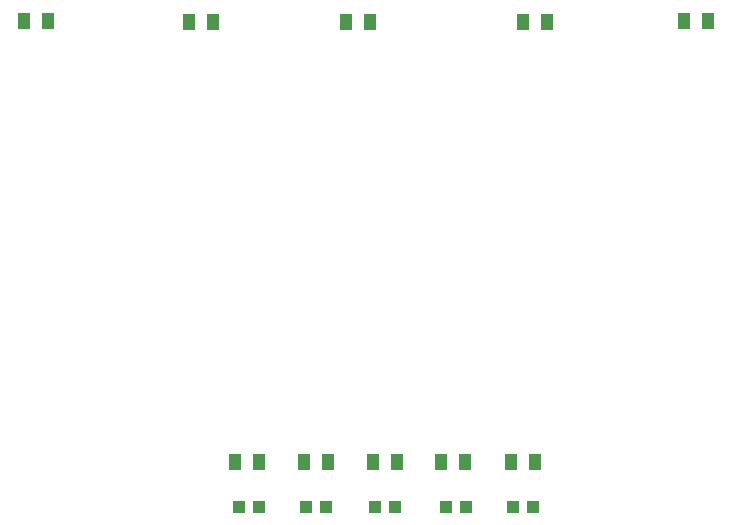
<source format=gbr>
G04 EAGLE Gerber RS-274X export*
G75*
%MOMM*%
%FSLAX34Y34*%
%LPD*%
%INSolderpaste Bottom*%
%IPPOS*%
%AMOC8*
5,1,8,0,0,1.08239X$1,22.5*%
G01*
%ADD10R,1.100000X1.400000*%
%ADD11R,1.100000X1.000000*%


D10*
X68420Y424180D03*
X48420Y424180D03*
X341470Y422910D03*
X321470Y422910D03*
X208120Y422910D03*
X188120Y422910D03*
X491330Y422910D03*
X471330Y422910D03*
X627220Y424180D03*
X607220Y424180D03*
X481170Y50800D03*
X461170Y50800D03*
X421480Y50800D03*
X401480Y50800D03*
X364330Y50800D03*
X344330Y50800D03*
X305910Y50800D03*
X285910Y50800D03*
X247490Y50800D03*
X227490Y50800D03*
D11*
X479670Y12700D03*
X462670Y12700D03*
X422520Y12700D03*
X405520Y12700D03*
X362830Y12700D03*
X345830Y12700D03*
X304410Y12700D03*
X287410Y12700D03*
X247260Y12700D03*
X230260Y12700D03*
M02*

</source>
